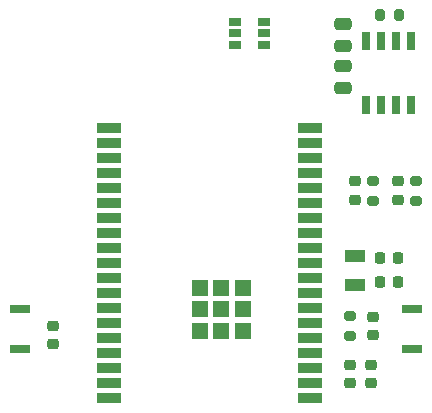
<source format=gbr>
%TF.GenerationSoftware,KiCad,Pcbnew,(5.99.0-10457-g21fde9b629)*%
%TF.CreationDate,2021-05-02T13:24:44-05:00*%
%TF.ProjectId,reptile-monitor,72657074-696c-4652-9d6d-6f6e69746f72,1*%
%TF.SameCoordinates,Original*%
%TF.FileFunction,Paste,Top*%
%TF.FilePolarity,Positive*%
%FSLAX46Y46*%
G04 Gerber Fmt 4.6, Leading zero omitted, Abs format (unit mm)*
G04 Created by KiCad (PCBNEW (5.99.0-10457-g21fde9b629)) date 2021-05-02 13:24:44*
%MOMM*%
%LPD*%
G01*
G04 APERTURE LIST*
G04 Aperture macros list*
%AMRoundRect*
0 Rectangle with rounded corners*
0 $1 Rounding radius*
0 $2 $3 $4 $5 $6 $7 $8 $9 X,Y pos of 4 corners*
0 Add a 4 corners polygon primitive as box body*
4,1,4,$2,$3,$4,$5,$6,$7,$8,$9,$2,$3,0*
0 Add four circle primitives for the rounded corners*
1,1,$1+$1,$2,$3*
1,1,$1+$1,$4,$5*
1,1,$1+$1,$6,$7*
1,1,$1+$1,$8,$9*
0 Add four rect primitives between the rounded corners*
20,1,$1+$1,$2,$3,$4,$5,0*
20,1,$1+$1,$4,$5,$6,$7,0*
20,1,$1+$1,$6,$7,$8,$9,0*
20,1,$1+$1,$8,$9,$2,$3,0*%
G04 Aperture macros list end*
%ADD10RoundRect,0.218750X0.256250X-0.218750X0.256250X0.218750X-0.256250X0.218750X-0.256250X-0.218750X0*%
%ADD11R,2.000000X0.900000*%
%ADD12R,1.330000X1.330000*%
%ADD13RoundRect,0.250000X-0.475000X0.250000X-0.475000X-0.250000X0.475000X-0.250000X0.475000X0.250000X0*%
%ADD14RoundRect,0.225000X-0.225000X-0.250000X0.225000X-0.250000X0.225000X0.250000X-0.225000X0.250000X0*%
%ADD15RoundRect,0.225000X-0.250000X0.225000X-0.250000X-0.225000X0.250000X-0.225000X0.250000X0.225000X0*%
%ADD16R,1.700000X0.800000*%
%ADD17RoundRect,0.200000X-0.275000X0.200000X-0.275000X-0.200000X0.275000X-0.200000X0.275000X0.200000X0*%
%ADD18RoundRect,0.200000X0.275000X-0.200000X0.275000X0.200000X-0.275000X0.200000X-0.275000X-0.200000X0*%
%ADD19RoundRect,0.200000X0.200000X0.275000X-0.200000X0.275000X-0.200000X-0.275000X0.200000X-0.275000X0*%
%ADD20R,1.000000X0.700000*%
%ADD21R,1.800000X1.000000*%
%ADD22R,0.650000X1.500000*%
G04 APERTURE END LIST*
D10*
%TO.C,D1*%
X162179000Y-101371500D03*
X162179000Y-99796500D03*
%TD*%
%TO.C,D2*%
X165862000Y-101371500D03*
X165862000Y-99796500D03*
%TD*%
D11*
%TO.C,IC1*%
X158363988Y-118115000D03*
X158363988Y-116845000D03*
X158363988Y-115575000D03*
X158363988Y-114305000D03*
X158363988Y-113035000D03*
X158363988Y-111765000D03*
X158363988Y-110495000D03*
X158363988Y-109225000D03*
X158363988Y-107955000D03*
X158363988Y-106685000D03*
X158363988Y-105415000D03*
X158363988Y-104145000D03*
X158363988Y-102875000D03*
X158363988Y-101605000D03*
X158363988Y-100335000D03*
X158363988Y-99065000D03*
X158363988Y-97795000D03*
X158363988Y-96525000D03*
X158363988Y-95255000D03*
X141363988Y-95255000D03*
X141363988Y-96525000D03*
X141363988Y-97795000D03*
X141363988Y-99065000D03*
X141363988Y-100335000D03*
X141363988Y-101605000D03*
X141363988Y-102875000D03*
X141363988Y-104145000D03*
X141363988Y-105415000D03*
X141363988Y-106685000D03*
X141363988Y-107955000D03*
X141363988Y-109225000D03*
X141363988Y-110495000D03*
X141363988Y-111765000D03*
X141363988Y-113035000D03*
X141363988Y-114305000D03*
X141363988Y-115575000D03*
X141363988Y-116845000D03*
X141363988Y-118115000D03*
D12*
X150863988Y-110615000D03*
X152698988Y-112450000D03*
X152698988Y-110615000D03*
X152698988Y-108780000D03*
X150863988Y-108780000D03*
X149028988Y-108780000D03*
X149028988Y-110615000D03*
X149028988Y-112450000D03*
X150863988Y-112450000D03*
%TD*%
D13*
%TO.C,C1*%
X161163000Y-86426000D03*
X161163000Y-88326000D03*
%TD*%
D14*
%TO.C,CL1*%
X164325000Y-108331000D03*
X165875000Y-108331000D03*
%TD*%
D15*
%TO.C,C8*%
X161798000Y-115303000D03*
X161798000Y-116853000D03*
%TD*%
D16*
%TO.C,SW2*%
X133858000Y-110568000D03*
X133858000Y-113968000D03*
%TD*%
D15*
%TO.C,C10*%
X136652000Y-112001000D03*
X136652000Y-113551000D03*
%TD*%
D17*
%TO.C,R8*%
X163703000Y-99759000D03*
X163703000Y-101409000D03*
%TD*%
D16*
%TO.C,SW1*%
X167005000Y-110568000D03*
X167005000Y-113968000D03*
%TD*%
D18*
%TO.C,R1*%
X161798000Y-112839000D03*
X161798000Y-111189000D03*
%TD*%
D19*
%TO.C,R12*%
X165925000Y-85725000D03*
X164275000Y-85725000D03*
%TD*%
D13*
%TO.C,C2*%
X161163000Y-89982000D03*
X161163000Y-91882000D03*
%TD*%
D15*
%TO.C,C7*%
X163576000Y-115303000D03*
X163576000Y-116853000D03*
%TD*%
D20*
%TO.C,U1*%
X152070509Y-86299000D03*
X152070509Y-87249000D03*
X152070509Y-88199000D03*
X154470509Y-88199000D03*
X154470509Y-87249000D03*
X154470509Y-86299000D03*
%TD*%
D15*
%TO.C,C9*%
X163703000Y-111239000D03*
X163703000Y-112789000D03*
%TD*%
D21*
%TO.C,Y1*%
X162179000Y-106065000D03*
X162179000Y-108565000D03*
%TD*%
D14*
%TO.C,CL2*%
X164325000Y-106299000D03*
X165875000Y-106299000D03*
%TD*%
D22*
%TO.C,U3*%
X163119994Y-93315008D03*
X164389994Y-93315008D03*
X165659994Y-93315008D03*
X166929994Y-93315008D03*
X166929994Y-87915008D03*
X165659994Y-87915008D03*
X164389994Y-87915008D03*
X163119994Y-87915008D03*
%TD*%
D18*
%TO.C,R13*%
X167386000Y-101409000D03*
X167386000Y-99759000D03*
%TD*%
M02*

</source>
